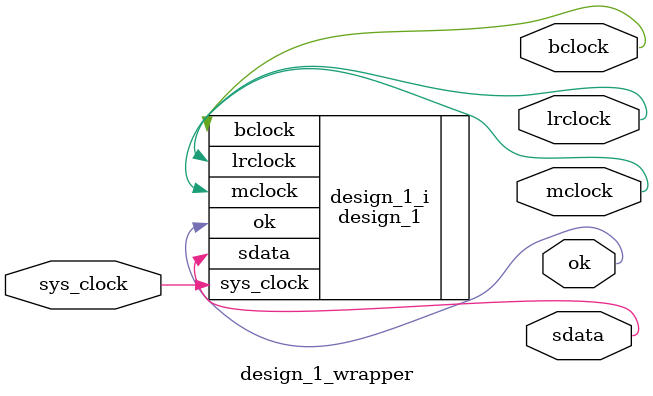
<source format=v>
`timescale 1 ps / 1 ps

module design_1_wrapper
   (bclock,
    lrclock,
    mclock,
    ok,
    sdata,
    sys_clock);
  output bclock;
  output lrclock;
  output mclock;
  output ok;
  output sdata;
  input sys_clock;

  wire bclock;
  wire lrclock;
  wire mclock;
  wire ok;
  wire sdata;
  wire sys_clock;

  design_1 design_1_i
       (.bclock(bclock),
        .lrclock(lrclock),
        .mclock(mclock),
        .ok(ok),
        .sdata(sdata),
        .sys_clock(sys_clock));
endmodule

</source>
